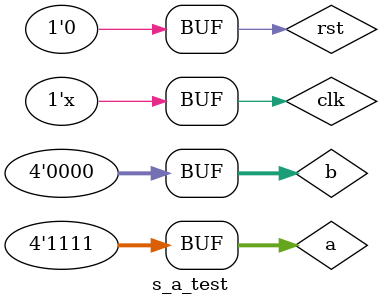
<source format=v>
`timescale 1ns / 1ps


module s_a_test;

	// Inputs
	reg [3:0] a;
	reg [3:0] b;
	reg clk;
	reg rst;

	// Outputs
	wire [3:0] s;
	wire c;

	// Instantiate the Unit Under Test (UUT)
	s_a uut (
		.s(s), 
		.a(a), 
		.b(b), 
		.clk(clk), 
		.rst(rst), 
		.c(c)
	);
always #5 clk = ~clk;
	initial begin
		// Initialize Inputs
		clk=0;
		rst = 1;
		a =0;
		b= 0;
		#6;
		rst =0;
		#57;
		repeat(16) begin
		repeat(15) begin
		rst = 1;
		if(b==15)
		begin
		a = a+1;
		end
		b = b+4'b0001;
		#6;
		rst = 0;
		#54;
		end
		end
        
		// Add stimulus here

	end
      
endmodule

</source>
